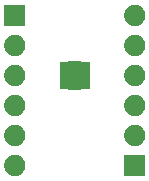
<source format=gbr>
G04 #@! TF.GenerationSoftware,KiCad,Pcbnew,(5.1.5-0-10_14)*
G04 #@! TF.CreationDate,2020-06-03T14:43:28-06:00*
G04 #@! TF.ProjectId,TPS62177DQ,54505336-3231-4373-9744-512e6b696361,rev?*
G04 #@! TF.SameCoordinates,Original*
G04 #@! TF.FileFunction,Soldermask,Top*
G04 #@! TF.FilePolarity,Negative*
%FSLAX46Y46*%
G04 Gerber Fmt 4.6, Leading zero omitted, Abs format (unit mm)*
G04 Created by KiCad (PCBNEW (5.1.5-0-10_14)) date 2020-06-03 14:43:28*
%MOMM*%
%LPD*%
G04 APERTURE LIST*
%ADD10C,0.100000*%
G04 APERTURE END LIST*
D10*
G36*
X73138600Y-65417000D02*
G01*
X71336600Y-65417000D01*
X71336600Y-63615000D01*
X73138600Y-63615000D01*
X73138600Y-65417000D01*
G37*
G36*
X62191112Y-63619927D02*
G01*
X62340412Y-63649624D01*
X62504384Y-63717544D01*
X62651954Y-63816147D01*
X62777453Y-63941646D01*
X62876056Y-64089216D01*
X62943976Y-64253188D01*
X62978600Y-64427259D01*
X62978600Y-64604741D01*
X62943976Y-64778812D01*
X62876056Y-64942784D01*
X62777453Y-65090354D01*
X62651954Y-65215853D01*
X62504384Y-65314456D01*
X62340412Y-65382376D01*
X62191112Y-65412073D01*
X62166342Y-65417000D01*
X61988858Y-65417000D01*
X61964088Y-65412073D01*
X61814788Y-65382376D01*
X61650816Y-65314456D01*
X61503246Y-65215853D01*
X61377747Y-65090354D01*
X61279144Y-64942784D01*
X61211224Y-64778812D01*
X61176600Y-64604741D01*
X61176600Y-64427259D01*
X61211224Y-64253188D01*
X61279144Y-64089216D01*
X61377747Y-63941646D01*
X61503246Y-63816147D01*
X61650816Y-63717544D01*
X61814788Y-63649624D01*
X61964088Y-63619927D01*
X61988858Y-63615000D01*
X62166342Y-63615000D01*
X62191112Y-63619927D01*
G37*
G36*
X62191112Y-61079927D02*
G01*
X62340412Y-61109624D01*
X62504384Y-61177544D01*
X62651954Y-61276147D01*
X62777453Y-61401646D01*
X62876056Y-61549216D01*
X62943976Y-61713188D01*
X62978600Y-61887259D01*
X62978600Y-62064741D01*
X62943976Y-62238812D01*
X62876056Y-62402784D01*
X62777453Y-62550354D01*
X62651954Y-62675853D01*
X62504384Y-62774456D01*
X62340412Y-62842376D01*
X62191112Y-62872073D01*
X62166342Y-62877000D01*
X61988858Y-62877000D01*
X61964088Y-62872073D01*
X61814788Y-62842376D01*
X61650816Y-62774456D01*
X61503246Y-62675853D01*
X61377747Y-62550354D01*
X61279144Y-62402784D01*
X61211224Y-62238812D01*
X61176600Y-62064741D01*
X61176600Y-61887259D01*
X61211224Y-61713188D01*
X61279144Y-61549216D01*
X61377747Y-61401646D01*
X61503246Y-61276147D01*
X61650816Y-61177544D01*
X61814788Y-61109624D01*
X61964088Y-61079927D01*
X61988858Y-61075000D01*
X62166342Y-61075000D01*
X62191112Y-61079927D01*
G37*
G36*
X72351112Y-61079927D02*
G01*
X72500412Y-61109624D01*
X72664384Y-61177544D01*
X72811954Y-61276147D01*
X72937453Y-61401646D01*
X73036056Y-61549216D01*
X73103976Y-61713188D01*
X73138600Y-61887259D01*
X73138600Y-62064741D01*
X73103976Y-62238812D01*
X73036056Y-62402784D01*
X72937453Y-62550354D01*
X72811954Y-62675853D01*
X72664384Y-62774456D01*
X72500412Y-62842376D01*
X72351112Y-62872073D01*
X72326342Y-62877000D01*
X72148858Y-62877000D01*
X72124088Y-62872073D01*
X71974788Y-62842376D01*
X71810816Y-62774456D01*
X71663246Y-62675853D01*
X71537747Y-62550354D01*
X71439144Y-62402784D01*
X71371224Y-62238812D01*
X71336600Y-62064741D01*
X71336600Y-61887259D01*
X71371224Y-61713188D01*
X71439144Y-61549216D01*
X71537747Y-61401646D01*
X71663246Y-61276147D01*
X71810816Y-61177544D01*
X71974788Y-61109624D01*
X72124088Y-61079927D01*
X72148858Y-61075000D01*
X72326342Y-61075000D01*
X72351112Y-61079927D01*
G37*
G36*
X62191112Y-58539927D02*
G01*
X62340412Y-58569624D01*
X62504384Y-58637544D01*
X62651954Y-58736147D01*
X62777453Y-58861646D01*
X62876056Y-59009216D01*
X62943976Y-59173188D01*
X62978600Y-59347259D01*
X62978600Y-59524741D01*
X62943976Y-59698812D01*
X62876056Y-59862784D01*
X62777453Y-60010354D01*
X62651954Y-60135853D01*
X62504384Y-60234456D01*
X62340412Y-60302376D01*
X62191112Y-60332073D01*
X62166342Y-60337000D01*
X61988858Y-60337000D01*
X61964088Y-60332073D01*
X61814788Y-60302376D01*
X61650816Y-60234456D01*
X61503246Y-60135853D01*
X61377747Y-60010354D01*
X61279144Y-59862784D01*
X61211224Y-59698812D01*
X61176600Y-59524741D01*
X61176600Y-59347259D01*
X61211224Y-59173188D01*
X61279144Y-59009216D01*
X61377747Y-58861646D01*
X61503246Y-58736147D01*
X61650816Y-58637544D01*
X61814788Y-58569624D01*
X61964088Y-58539927D01*
X61988858Y-58535000D01*
X62166342Y-58535000D01*
X62191112Y-58539927D01*
G37*
G36*
X72351112Y-58539927D02*
G01*
X72500412Y-58569624D01*
X72664384Y-58637544D01*
X72811954Y-58736147D01*
X72937453Y-58861646D01*
X73036056Y-59009216D01*
X73103976Y-59173188D01*
X73138600Y-59347259D01*
X73138600Y-59524741D01*
X73103976Y-59698812D01*
X73036056Y-59862784D01*
X72937453Y-60010354D01*
X72811954Y-60135853D01*
X72664384Y-60234456D01*
X72500412Y-60302376D01*
X72351112Y-60332073D01*
X72326342Y-60337000D01*
X72148858Y-60337000D01*
X72124088Y-60332073D01*
X71974788Y-60302376D01*
X71810816Y-60234456D01*
X71663246Y-60135853D01*
X71537747Y-60010354D01*
X71439144Y-59862784D01*
X71371224Y-59698812D01*
X71336600Y-59524741D01*
X71336600Y-59347259D01*
X71371224Y-59173188D01*
X71439144Y-59009216D01*
X71537747Y-58861646D01*
X71663246Y-58736147D01*
X71810816Y-58637544D01*
X71974788Y-58569624D01*
X72124088Y-58539927D01*
X72148858Y-58535000D01*
X72326342Y-58535000D01*
X72351112Y-58539927D01*
G37*
G36*
X67649666Y-55664447D02*
G01*
X67665211Y-55683389D01*
X67684153Y-55698934D01*
X67705764Y-55710485D01*
X67729213Y-55717598D01*
X67753599Y-55720000D01*
X68408600Y-55720000D01*
X68408600Y-58072000D01*
X67753599Y-58072000D01*
X67729213Y-58074402D01*
X67705764Y-58081515D01*
X67684153Y-58093066D01*
X67665211Y-58108611D01*
X67649666Y-58127553D01*
X67639272Y-58147000D01*
X66675928Y-58147000D01*
X66665534Y-58127553D01*
X66649989Y-58108611D01*
X66631047Y-58093066D01*
X66609436Y-58081515D01*
X66585987Y-58074402D01*
X66561601Y-58072000D01*
X65906600Y-58072000D01*
X65906600Y-55720000D01*
X66561601Y-55720000D01*
X66585987Y-55717598D01*
X66609436Y-55710485D01*
X66631047Y-55698934D01*
X66649989Y-55683389D01*
X66665534Y-55664447D01*
X66675928Y-55645000D01*
X67639272Y-55645000D01*
X67649666Y-55664447D01*
G37*
G36*
X72351112Y-55999927D02*
G01*
X72500412Y-56029624D01*
X72664384Y-56097544D01*
X72811954Y-56196147D01*
X72937453Y-56321646D01*
X73036056Y-56469216D01*
X73103976Y-56633188D01*
X73138600Y-56807259D01*
X73138600Y-56984741D01*
X73103976Y-57158812D01*
X73036056Y-57322784D01*
X72937453Y-57470354D01*
X72811954Y-57595853D01*
X72664384Y-57694456D01*
X72500412Y-57762376D01*
X72351112Y-57792073D01*
X72326342Y-57797000D01*
X72148858Y-57797000D01*
X72124088Y-57792073D01*
X71974788Y-57762376D01*
X71810816Y-57694456D01*
X71663246Y-57595853D01*
X71537747Y-57470354D01*
X71439144Y-57322784D01*
X71371224Y-57158812D01*
X71336600Y-56984741D01*
X71336600Y-56807259D01*
X71371224Y-56633188D01*
X71439144Y-56469216D01*
X71537747Y-56321646D01*
X71663246Y-56196147D01*
X71810816Y-56097544D01*
X71974788Y-56029624D01*
X72124088Y-55999927D01*
X72148858Y-55995000D01*
X72326342Y-55995000D01*
X72351112Y-55999927D01*
G37*
G36*
X62191112Y-55999927D02*
G01*
X62340412Y-56029624D01*
X62504384Y-56097544D01*
X62651954Y-56196147D01*
X62777453Y-56321646D01*
X62876056Y-56469216D01*
X62943976Y-56633188D01*
X62978600Y-56807259D01*
X62978600Y-56984741D01*
X62943976Y-57158812D01*
X62876056Y-57322784D01*
X62777453Y-57470354D01*
X62651954Y-57595853D01*
X62504384Y-57694456D01*
X62340412Y-57762376D01*
X62191112Y-57792073D01*
X62166342Y-57797000D01*
X61988858Y-57797000D01*
X61964088Y-57792073D01*
X61814788Y-57762376D01*
X61650816Y-57694456D01*
X61503246Y-57595853D01*
X61377747Y-57470354D01*
X61279144Y-57322784D01*
X61211224Y-57158812D01*
X61176600Y-56984741D01*
X61176600Y-56807259D01*
X61211224Y-56633188D01*
X61279144Y-56469216D01*
X61377747Y-56321646D01*
X61503246Y-56196147D01*
X61650816Y-56097544D01*
X61814788Y-56029624D01*
X61964088Y-55999927D01*
X61988858Y-55995000D01*
X62166342Y-55995000D01*
X62191112Y-55999927D01*
G37*
G36*
X72351112Y-53459927D02*
G01*
X72500412Y-53489624D01*
X72664384Y-53557544D01*
X72811954Y-53656147D01*
X72937453Y-53781646D01*
X73036056Y-53929216D01*
X73103976Y-54093188D01*
X73138600Y-54267259D01*
X73138600Y-54444741D01*
X73103976Y-54618812D01*
X73036056Y-54782784D01*
X72937453Y-54930354D01*
X72811954Y-55055853D01*
X72664384Y-55154456D01*
X72500412Y-55222376D01*
X72351112Y-55252073D01*
X72326342Y-55257000D01*
X72148858Y-55257000D01*
X72124088Y-55252073D01*
X71974788Y-55222376D01*
X71810816Y-55154456D01*
X71663246Y-55055853D01*
X71537747Y-54930354D01*
X71439144Y-54782784D01*
X71371224Y-54618812D01*
X71336600Y-54444741D01*
X71336600Y-54267259D01*
X71371224Y-54093188D01*
X71439144Y-53929216D01*
X71537747Y-53781646D01*
X71663246Y-53656147D01*
X71810816Y-53557544D01*
X71974788Y-53489624D01*
X72124088Y-53459927D01*
X72148858Y-53455000D01*
X72326342Y-53455000D01*
X72351112Y-53459927D01*
G37*
G36*
X62191112Y-53459927D02*
G01*
X62340412Y-53489624D01*
X62504384Y-53557544D01*
X62651954Y-53656147D01*
X62777453Y-53781646D01*
X62876056Y-53929216D01*
X62943976Y-54093188D01*
X62978600Y-54267259D01*
X62978600Y-54444741D01*
X62943976Y-54618812D01*
X62876056Y-54782784D01*
X62777453Y-54930354D01*
X62651954Y-55055853D01*
X62504384Y-55154456D01*
X62340412Y-55222376D01*
X62191112Y-55252073D01*
X62166342Y-55257000D01*
X61988858Y-55257000D01*
X61964088Y-55252073D01*
X61814788Y-55222376D01*
X61650816Y-55154456D01*
X61503246Y-55055853D01*
X61377747Y-54930354D01*
X61279144Y-54782784D01*
X61211224Y-54618812D01*
X61176600Y-54444741D01*
X61176600Y-54267259D01*
X61211224Y-54093188D01*
X61279144Y-53929216D01*
X61377747Y-53781646D01*
X61503246Y-53656147D01*
X61650816Y-53557544D01*
X61814788Y-53489624D01*
X61964088Y-53459927D01*
X61988858Y-53455000D01*
X62166342Y-53455000D01*
X62191112Y-53459927D01*
G37*
G36*
X72351112Y-50919927D02*
G01*
X72500412Y-50949624D01*
X72664384Y-51017544D01*
X72811954Y-51116147D01*
X72937453Y-51241646D01*
X73036056Y-51389216D01*
X73103976Y-51553188D01*
X73138600Y-51727259D01*
X73138600Y-51904741D01*
X73103976Y-52078812D01*
X73036056Y-52242784D01*
X72937453Y-52390354D01*
X72811954Y-52515853D01*
X72664384Y-52614456D01*
X72500412Y-52682376D01*
X72351112Y-52712073D01*
X72326342Y-52717000D01*
X72148858Y-52717000D01*
X72124088Y-52712073D01*
X71974788Y-52682376D01*
X71810816Y-52614456D01*
X71663246Y-52515853D01*
X71537747Y-52390354D01*
X71439144Y-52242784D01*
X71371224Y-52078812D01*
X71336600Y-51904741D01*
X71336600Y-51727259D01*
X71371224Y-51553188D01*
X71439144Y-51389216D01*
X71537747Y-51241646D01*
X71663246Y-51116147D01*
X71810816Y-51017544D01*
X71974788Y-50949624D01*
X72124088Y-50919927D01*
X72148858Y-50915000D01*
X72326342Y-50915000D01*
X72351112Y-50919927D01*
G37*
G36*
X62978600Y-52717000D02*
G01*
X61176600Y-52717000D01*
X61176600Y-50915000D01*
X62978600Y-50915000D01*
X62978600Y-52717000D01*
G37*
M02*

</source>
